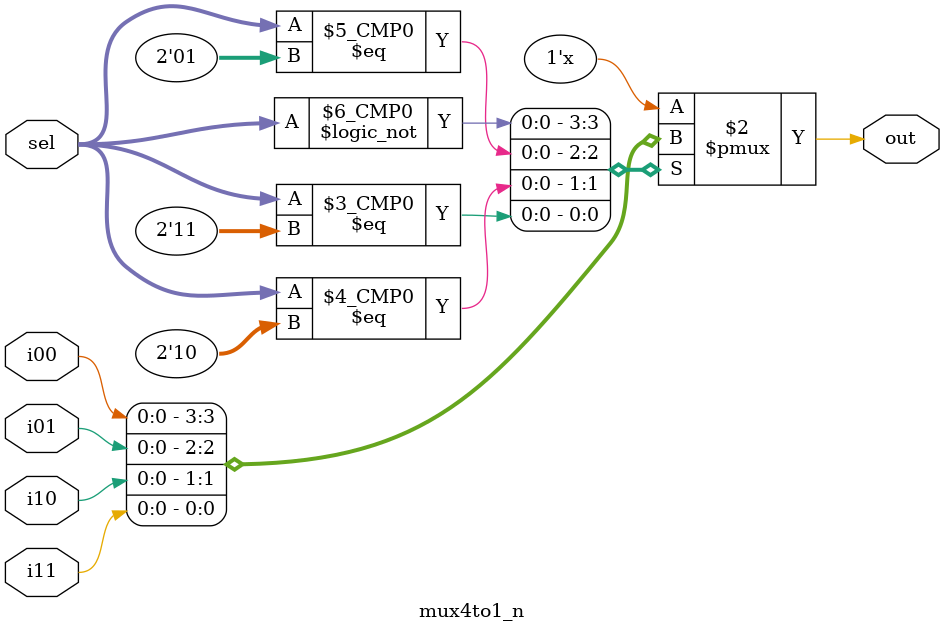
<source format=v>
`ifndef _mux4to1_n_v_
`define _mux4to1_n_v_
`endif

module mux4to1_n(i00, i01, i10, i11, sel, out);
  parameter N=1;
  
  input [N-1:0] i00, i01, i10, i11;
  input [1:0] sel;
  output reg [N-1:0] out;
  
  always @(*) begin
    case (sel)
      2'b00:   out = i00;
      2'b01:   out = i01;
      2'b10:   out = i10;
      2'b11:   out = i11;
      default: out = {N{1'bx}};
    endcase
  end
  
endmodule
</source>
